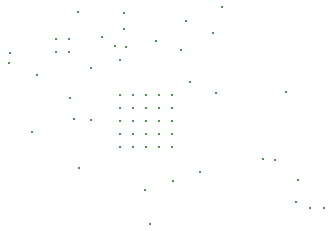
<source format=gbr>
%TF.GenerationSoftware,Altium Limited,Altium Designer,25.4.2 (15)*%
G04 Layer_Color=0*
%FSLAX45Y45*%
%MOMM*%
%TF.SameCoordinates,67C836F6-C9C3-4B7B-B257-39D1A88473F1*%
%TF.FilePolarity,Positive*%
%TF.FileFunction,Plated,1,4,PTH,Drill*%
%TF.Part,Single*%
G01*
G75*
%TA.AperFunction,ViaDrill,NotFilled*%
%ADD79C,0.25000*%
%ADD80C,0.30000*%
%ADD81C,0.20000*%
D79*
X10017500Y7832500D02*
D03*
X9945000Y8107500D02*
D03*
X9732344Y8177196D02*
D03*
X9009018Y7694127D02*
D03*
X9184748Y7510000D02*
D03*
X9037500Y7515000D02*
D03*
X10109018Y7071627D02*
D03*
X9881518Y6991627D02*
D03*
X10640000Y7177500D02*
D03*
X10739018Y7169127D02*
D03*
X11156518Y6761627D02*
D03*
X11036518D02*
D03*
X10921518Y6819127D02*
D03*
X10940000Y7005000D02*
D03*
X8495000Y8080000D02*
D03*
X8492500Y7995000D02*
D03*
X9680000Y6630000D02*
D03*
X9640000Y6920000D02*
D03*
X10240000Y7740000D02*
D03*
X10830000Y7750000D02*
D03*
X9430000Y8020000D02*
D03*
X9390000Y8140000D02*
D03*
X9480525Y8132827D02*
D03*
X9183551Y7949280D02*
D03*
X9460000Y8280000D02*
D03*
Y8420000D02*
D03*
X10220000Y8250000D02*
D03*
X9080000Y7100000D02*
D03*
X8680000Y7410000D02*
D03*
X10290000Y8470000D02*
D03*
X9069104Y8421406D02*
D03*
X8729980Y7891780D02*
D03*
D80*
X9275180Y8214820D02*
D03*
X9990000Y8350000D02*
D03*
D81*
X9870000Y7280000D02*
D03*
X9760000D02*
D03*
X9650000D02*
D03*
X9540000D02*
D03*
X9430000D02*
D03*
X9870000Y7390000D02*
D03*
X9760000D02*
D03*
X9650000D02*
D03*
X9540000D02*
D03*
X9430000D02*
D03*
X9870000Y7500000D02*
D03*
X9760000D02*
D03*
X9650000D02*
D03*
X9540000D02*
D03*
X9430000D02*
D03*
X9870000Y7610000D02*
D03*
X9760000D02*
D03*
X9650000D02*
D03*
X9540000D02*
D03*
X9430000D02*
D03*
X9870000Y7720000D02*
D03*
X9760000D02*
D03*
X9650000D02*
D03*
X9540000D02*
D03*
X9430000D02*
D03*
X8996680Y8194820D02*
D03*
Y8084820D02*
D03*
X8886680D02*
D03*
Y8194820D02*
D03*
%TF.MD5,43dfede2cfe6f9af7c5475e126450137*%
M02*

</source>
